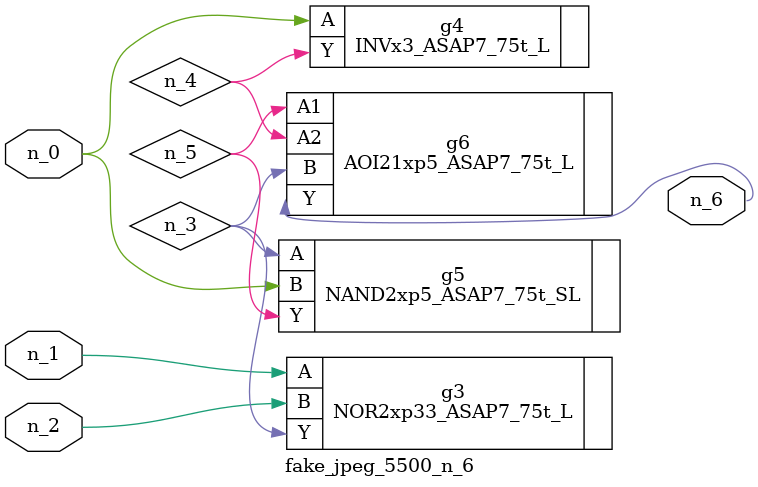
<source format=v>
module fake_jpeg_5500_n_6 (n_0, n_2, n_1, n_6);

input n_0;
input n_2;
input n_1;

output n_6;

wire n_3;
wire n_4;
wire n_5;

NOR2xp33_ASAP7_75t_L g3 ( 
.A(n_1),
.B(n_2),
.Y(n_3)
);

INVx3_ASAP7_75t_L g4 ( 
.A(n_0),
.Y(n_4)
);

NAND2xp5_ASAP7_75t_SL g5 ( 
.A(n_3),
.B(n_0),
.Y(n_5)
);

AOI21xp5_ASAP7_75t_L g6 ( 
.A1(n_5),
.A2(n_4),
.B(n_3),
.Y(n_6)
);


endmodule
</source>
